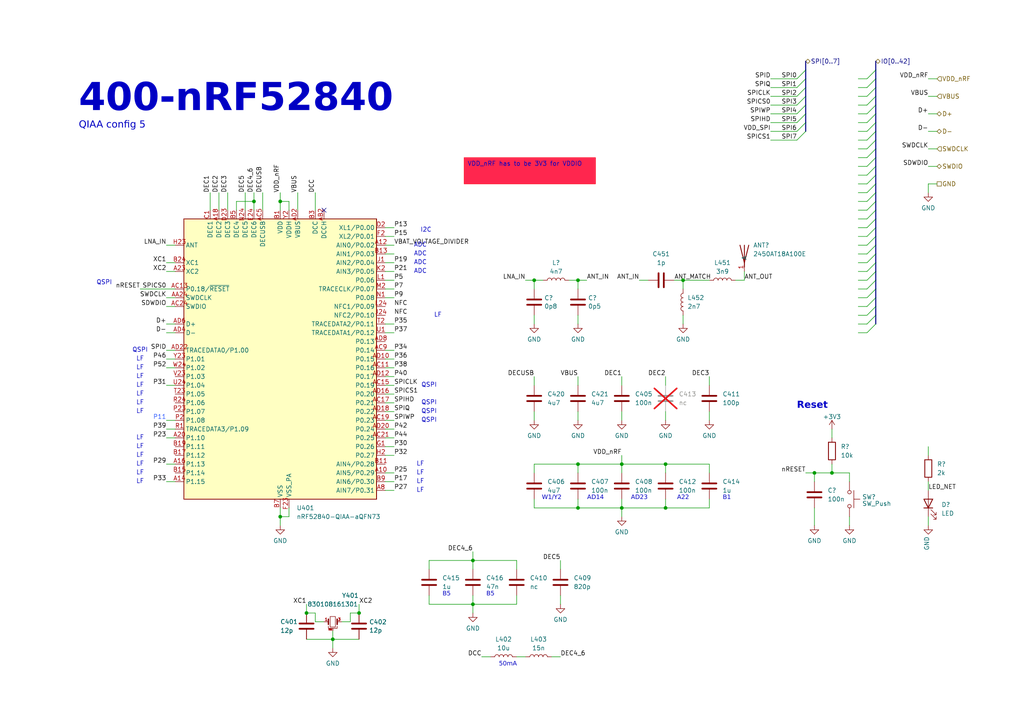
<source format=kicad_sch>
(kicad_sch (version 20231120) (generator "eeschema") (generator_version "8.0")
  (paper "A4")
  (title_block (title "PSoM - nRF52840") (date "2024-09-30") (rev "HW00") (company "PumaCorp") (comment 1 "Design by: NdG"))
  (lib_symbols
    (symbol "Component lib:2450AT18A100E" (pin_names (offset 0.762))
      (property "Reference" "ANT" (at 6.35 10.16 0))
      (property "Value" "2450AT18A100E" (at 6.35 7.62 0))
      (symbol "2450AT18A100E_0_1"
        (polyline (pts (xy 0 7.62) (xy 0 1.27)) (stroke (width 0.254)))
        (polyline (pts (xy 1.27 7.62) (xy 0 2.54) (xy -1.27 7.62)) (stroke (width 0.254)))
      )
      (symbol "2450AT18A100E_1_1"
        (pin input line (at 0 0 90) (length 2.54) (name "A") (number "1"))
      )
    )
    (symbol "Component lib:C" (pin_numbers hide) (pin_names (offset 0.254))
      (property "Reference" "C" (at 0.635 -1.27 0))
      (property "Value" "C" (at 0.635 -6.35 0))
      (symbol "C_0_1"
        (polyline (pts (xy -2.032 -4.572) (xy 2.032 -4.572)) (stroke (width 0.508)))
        (polyline (pts (xy -2.032 -3.048) (xy 2.032 -3.048)) (stroke (width 0.508)))
      )
      (symbol "C_1_1"
        (pin passive line (at 0 0 270) (length 2.794) (name "~") (number "1"))
        (pin passive line (at 0 -7.62 90) (length 2.794) (name "~") (number "2"))
      )
    )
    (symbol "Component lib:L" (pin_numbers hide) (pin_names (offset 1.016) hide)
      (property "Reference" "L" (at 3.81 -1.27 0))
      (property "Value" "L" (at 3.81 1.905 0))
      (symbol "L_0_1"
        (arc (start 2.54 0) (mid 1.905 0.6323) (end 1.27 0))
        (arc (start 3.81 0) (mid 3.175 0.6323) (end 2.54 0))
        (arc (start 5.08 0) (mid 4.445 0.6323) (end 3.81 0))
        (arc (start 6.35 0) (mid 5.715 0.6323) (end 5.08 0))
      )
      (symbol "L_1_1"
        (pin passive line (at 0 0 0) (length 1.27) (name "1") (number "1"))
        (pin passive line (at 7.62 0 180) (length 1.27) (name "2") (number "2"))
      )
    )
    (symbol "Component lib:LED" (pin_numbers hide) (pin_names (offset 1.016) hide)
      (property "Reference" "D" (at 3.81 2.54 0))
      (property "Value" "LED" (at 3.81 -2.54 0))
      (symbol "LED_0_1"
        (polyline (pts (xy 2.54 -1.27) (xy 2.54 1.27)) (stroke (width 0.254)))
        (polyline (pts (xy 2.54 0) (xy 5.08 0)))
        (polyline (pts (xy 5.08 -1.27) (xy 5.08 1.27) (xy 2.54 0) (xy 5.08 -1.27)) (stroke (width 0.254)))
        (polyline (pts (xy 0.762 -0.762) (xy -0.762 -2.286) (xy 0 -2.286) (xy -0.762 -2.286) (xy -0.762 -1.524)))
        (polyline (pts (xy 2.032 -0.762) (xy 0.508 -2.286) (xy 1.27 -2.286) (xy 0.508 -2.286) (xy 0.508 -1.524)))
      )
      (symbol "LED_1_1"
        (pin passive line (at 0 0 0) (length 2.54) (name "K") (number "1"))
        (pin passive line (at 7.62 0 180) (length 2.54) (name "A") (number "2"))
      )
    )
    (symbol "Component lib:R" (pin_numbers hide) (pin_names (offset 0))
      (property "Reference" "R" (at 2.032 -3.81 90))
      (property "Value" "R" (at 0 -3.81 90))
      (symbol "R_0_1"
        (rectangle (start -1.016 -6.35) (end 1.016 -1.27) (stroke (width 0.254)))
      )
      (symbol "R_1_1"
        (pin passive line (at 0 0 270) (length 1.27) (name "~") (number "1"))
        (pin passive line (at 0 -7.62 90) (length 1.27) (name "~") (number "2"))
      )
    )
    (symbol "Component_lib:830108161301" (pin_names (offset 1.016) hide)
      (property "Reference" "Y" (at 1.27 4.445 0))
      (property "Value" "830108161301" (at 1.27 2.54 0))
      (symbol "830108161301_0_1"
        (rectangle (start -0.762 -1.524) (end 0.762 1.524))
        (polyline (pts (xy -1.27 -0.762) (xy -1.27 0.762)) (stroke (width 0.381)))
        (polyline (pts (xy 1.27 -0.762) (xy 1.27 0.762)) (stroke (width 0.381)))
        (polyline (pts (xy -1.27 -1.27) (xy -1.27 -1.905) (xy 1.27 -1.905) (xy 1.27 -1.27)))
      )
      (symbol "830108161301_1_1"
        (pin passive line (at -2.54 0 0) (length 1.27) (name "1") (number "1"))
        (pin passive line (at 0 -2.54 90) (length 0.635) (name "2") (number "2"))
        (pin passive line (at 2.54 0 180) (length 1.27) (name "3") (number "3"))
        (pin passive line (at 0 -2.54 90) (length 0.635) (name "4") (number "4"))
      )
    )
    (symbol "Component_lib:C" (pin_numbers hide) (pin_names (offset 0.254))
      (property "Reference" "C" (at 0.635 -1.27 0))
      (property "Value" "C" (at 0.635 -6.35 0))
      (symbol "C_0_1"
        (polyline (pts (xy -2.032 -4.572) (xy 2.032 -4.572)) (stroke (width 0.508)))
        (polyline (pts (xy -2.032 -3.048) (xy 2.032 -3.048)) (stroke (width 0.508)))
      )
      (symbol "C_1_1"
        (pin passive line (at 0 0 270) (length 2.794) (name "~") (number "1"))
        (pin passive line (at 0 -7.62 90) (length 2.794) (name "~") (number "2"))
      )
    )
    (symbol "Component_lib:L" (pin_numbers hide) (pin_names (offset 1.016) hide)
      (property "Reference" "L" (at 3.81 -1.27 0))
      (property "Value" "L" (at 3.81 1.905 0))
      (symbol "L_0_1"
        (arc (start 2.54 0) (mid 1.905 0.6323) (end 1.27 0))
        (arc (start 3.81 0) (mid 3.175 0.6323) (end 2.54 0))
        (arc (start 5.08 0.0027) (mid 4.445 0.635) (end 3.81 0.0027))
        (arc (start 6.35 0.0027) (mid 5.715 0.635) (end 5.08 0.0027))
      )
      (symbol "L_1_1"
        (pin passive line (at 0 0 0) (length 1.27) (name "1") (number "1"))
        (pin passive line (at 7.62 0 180) (length 1.27) (name "2") (number "2"))
      )
    )
    (symbol "Component_lib:nRF52840-QIAA-aQFN73"
      (property "Reference" "U" (at 0 5.08 0))
      (property "Value" "nRF52840-QIAA-aQFN73" (at 0 2.54 0))
      (symbol "nRF52840-QIAA-aQFN73_0_1"
        (rectangle (start -27.94 66.04) (end 27.94 -15.24) (stroke (width 0.254)) (fill (type background)))
      )
      (symbol "nRF52840-QIAA-aQFN73_1_1"
        (pin bidirectional line (at 30.48 -7.62 180) (length 2.54) (name "AIN5/P0.29") (number "A10"))
        (pin bidirectional line (at 30.48 58.42 180) (length 2.54) (name "AIN0/P0.02") (number "A12"))
        (pin bidirectional line (at -30.48 -10.16 0) (length 2.54) (name "P1.15") (number "A14"))
        (pin bidirectional line (at -30.48 -5.08 0) (length 2.54) (name "P1.13") (number "A16"))
        (pin passive line (at -17.78 68.58 270) (length 2.54) (name "DEC2") (number "A18"))
        (pin bidirectional line (at -30.48 2.54 0) (length 2.54) (name "P1.10") (number "A20"))
        (pin passive line (at 0 68.58 270) (length 2.54) hide (name "VDD") (number "A22"))
        (pin input line (at -30.48 50.8 0) (length 2.54) (name "XC2") (number "A23"))
        (pin bidirectional line (at 30.48 -12.7 180) (length 2.54) (name "AIN7/P0.31") (number "A8"))
        (pin input line (at -30.48 43.18 0) (length 2.54) (name "SWDCLK") (number "AA24"))
        (pin power_out line (at 12.7 68.58 270) (length 2.54) (name "DCCH") (number "AB2"))
        (pin bidirectional line (at 30.48 22.86 180) (length 2.54) (name "P0.16") (number "AC11"))
        (pin bidirectional line (at -30.48 45.72 0) (length 2.54) (name "P0.18/~{RESET}") (number "AC13"))
        (pin bidirectional line (at 30.48 17.78 180) (length 2.54) (name "P0.19") (number "AC15"))
        (pin bidirectional line (at 30.48 12.7 180) (length 2.54) (name "P0.21") (number "AC17"))
        (pin bidirectional line (at 30.48 7.62 180) (length 2.54) (name "P0.23") (number "AC19"))
        (pin bidirectional line (at 30.48 2.54 180) (length 2.54) (name "P0.25") (number "AC21"))
        (pin bidirectional line (at -30.48 40.64 0) (length 2.54) (name "SWDIO") (number "AC24"))
        (pin passive line (at -5.08 68.58 270) (length 2.54) (name "DECUSB") (number "AC5"))
        (pin bidirectional line (at 30.48 27.94 180) (length 2.54) (name "P0.14") (number "AC9"))
        (pin bidirectional line (at 30.48 25.4 180) (length 2.54) (name "P0.15") (number "AD10"))
        (pin bidirectional line (at 30.48 20.32 180) (length 2.54) (name "P0.17") (number "AD12"))
        (pin passive line (at 0 68.58 270) (length 2.54) hide (name "VDD") (number "AD14"))
        (pin bidirectional line (at 30.48 15.24 180) (length 2.54) (name "P0.20") (number "AD16"))
        (pin bidirectional line (at 30.48 10.16 180) (length 2.54) (name "P0.22") (number "AD18"))
        (pin power_in line (at 5.08 68.58 270) (length 2.54) (name "VBUS") (number "AD2"))
        (pin bidirectional line (at 30.48 5.08 180) (length 2.54) (name "P0.24") (number "AD20"))
        (pin bidirectional line (at -30.48 27.94 0) (length 2.54) (name "TRACEDATA0/P1.00") (number "AD22"))
        (pin passive line (at 0 68.58 270) (length 2.54) hide (name "VDD") (number "AD23"))
        (pin bidirectional line (at -30.48 33.02 0) (length 2.54) (name "D-") (number "AD4"))
        (pin bidirectional line (at -30.48 35.56 0) (length 2.54) (name "D+") (number "AD6"))
        (pin bidirectional line (at 30.48 30.48 180) (length 2.54) (name "P0.13") (number "AD8"))
        (pin power_in line (at 0 68.58 270) (length 2.54) (name "VDD") (number "B1"))
        (pin bidirectional line (at 30.48 -5.08 180) (length 2.54) (name "AIN4/P0.28") (number "B11"))
        (pin bidirectional line (at 30.48 55.88 180) (length 2.54) (name "AIN1/P0.03") (number "B13"))
        (pin bidirectional line (at -30.48 -7.62 0) (length 2.54) (name "P1.14") (number "B15"))
        (pin bidirectional line (at -30.48 -2.54 0) (length 2.54) (name "P1.12") (number "B17"))
        (pin bidirectional line (at -30.48 0 0) (length 2.54) (name "P1.11") (number "B19"))
        (pin input line (at -30.48 53.34 0) (length 2.54) (name "XC1") (number "B24"))
        (pin power_out line (at 10.16 68.58 270) (length 2.54) (name "DCC") (number "B3"))
        (pin passive line (at -12.7 68.58 270) (length 2.54) (name "DEC4") (number "B5"))
        (pin power_in line (at 0 -17.78 90) (length 2.54) (name "VSS") (number "B7"))
        (pin bidirectional line (at 30.48 -10.16 180) (length 2.54) (name "AIN6/P0.30") (number "B9"))
        (pin passive line (at -20.32 68.58 270) (length 2.54) (name "DEC1") (number "C1"))
        (pin bidirectional line (at 30.48 63.5 180) (length 2.54) (name "XL1/P0.00") (number "D2"))
        (pin passive line (at -15.24 68.58 270) (length 2.54) (name "DEC3") (number "D23"))
        (pin passive line (at -7.62 68.58 270) (length 2.54) (name "DEC6") (number "E24"))
        (pin passive line (at 0 -17.78 90) (length 2.54) hide (name "VSS") (number "EP"))
        (pin bidirectional line (at 30.48 60.96 180) (length 2.54) (name "XL2/P0.01") (number "F2"))
        (pin power_in line (at 2.54 -17.78 90) (length 2.54) (name "VSS_PA") (number "F23"))
        (pin bidirectional line (at 30.48 0 180) (length 2.54) (name "P0.26") (number "G1"))
        (pin bidirectional line (at 30.48 -2.54 180) (length 2.54) (name "P0.27") (number "H2"))
        (pin passive line (at -30.48 58.42 0) (length 2.54) (name "ANT") (number "H23"))
        (pin bidirectional line (at 30.48 53.34 180) (length 2.54) (name "AIN2/P0.04") (number "J1"))
        (pin bidirectional line (at 30.48 38.1 180) (length 2.54) (name "NFC2/P0.10") (number "J24"))
        (pin bidirectional line (at 30.48 50.8 180) (length 2.54) (name "AIN3/P0.05") (number "K2"))
        (pin bidirectional line (at 30.48 48.26 180) (length 2.54) (name "P0.06") (number "L1"))
        (pin bidirectional line (at 30.48 40.64 180) (length 2.54) (name "NFC1/P0.09") (number "L24"))
        (pin bidirectional line (at 30.48 45.72 180) (length 2.54) (name "TRACECLK/P0.07") (number "M2"))
        (pin bidirectional line (at 30.48 43.18 180) (length 2.54) (name "P0.08") (number "N1"))
        (pin passive line (at -10.16 68.58 270) (length 2.54) (name "DEC5") (number "N24"))
        (pin bidirectional line (at -30.48 7.62 0) (length 2.54) (name "P1.08") (number "P2"))
        (pin bidirectional line (at -30.48 10.16 0) (length 2.54) (name "P1.07") (number "P23"))
        (pin bidirectional line (at -30.48 5.08 0) (length 2.54) (name "TRACEDATA3/P1.09") (number "R1"))
        (pin bidirectional line (at -30.48 12.7 0) (length 2.54) (name "P1.06") (number "R24"))
        (pin bidirectional line (at 30.48 35.56 180) (length 2.54) (name "TRACEDATA2/P0.11") (number "T2"))
        (pin bidirectional line (at -30.48 15.24 0) (length 2.54) (name "P1.05") (number "T23"))
        (pin bidirectional line (at 30.48 33.02 180) (length 2.54) (name "TRACEDATA1/P0.12") (number "U1"))
        (pin bidirectional line (at -30.48 17.78 0) (length 2.54) (name "P1.04") (number "U24"))
        (pin bidirectional line (at -30.48 20.32 0) (length 2.54) (name "P1.03") (number "V23"))
        (pin passive line (at 0 68.58 270) (length 2.54) hide (name "VDD") (number "W1"))
        (pin bidirectional line (at -30.48 22.86 0) (length 2.54) (name "P1.02") (number "W24"))
        (pin power_in line (at 2.54 68.58 270) (length 2.54) (name "VDDH") (number "Y2"))
        (pin bidirectional line (at -30.48 25.4 0) (length 2.54) (name "P1.01") (number "Y23"))
      )
    )
    (symbol "Switch:SW_Push" (pin_numbers hide) (pin_names (offset 1.016) hide)
      (property "Reference" "SW" (at 1.27 2.54 0))
      (property "Value" "SW_Push" (at 0 -1.524 0))
      (symbol "SW_Push_0_1"
        (circle (center -2.032 0) (radius 0.508))
        (polyline (pts (xy 0 1.27) (xy 0 3.048)))
        (polyline (pts (xy 2.54 1.27) (xy -2.54 1.27)))
        (circle (center 2.032 0) (radius 0.508))
        (pin passive line (at -5.08 0 0) (length 2.54) (name "1") (number "1"))
        (pin passive line (at 5.08 0 180) (length 2.54) (name "2") (number "2"))
      )
    )
    (symbol "power:+3V3" (power) (pin_names (offset 0))
      (property "Value" "+3V3" (at 0 3.556 0))
      (symbol "+3V3_0_1"
        (polyline (pts (xy -0.762 1.27) (xy 0 2.54)))
        (polyline (pts (xy 0 0) (xy 0 2.54)))
        (polyline (pts (xy 0 2.54) (xy 0.762 1.27)))
      )
      (symbol "+3V3_1_1"
        (pin power_in line (at 0 0 90) (length 0) hide (name "+3V3") (number "1"))
      )
    )
    (symbol "power:GND" (power) (pin_names (offset 0))
      (property "Value" "GND" (at 0 -3.81 0))
      (symbol "GND_0_1"
        (polyline (pts (xy 0 0) (xy 0 -1.27) (xy 1.27 -1.27) (xy 0 -2.54) (xy -1.27 -1.27) (xy 0 -1.27)))
      )
      (symbol "GND_1_1"
        (pin power_in line (at 0 0 270) (length 0) hide (name "GND") (number "1"))
      )
    )
  )
  (junction (at 236.22 137.16))
  (junction (at 180.34 134.62))
  (junction (at 193.04 147.32))
  (junction (at 241.3 137.16))
  (junction (at 73.66 58.42))
  (junction (at 154.94 81.28))
  (junction (at 167.64 81.28))
  (junction (at 137.16 175.26))
  (junction (at 104.14 177.8))
  (junction (at 167.64 147.32))
  (junction (at 193.04 134.62))
  (junction (at 88.9 177.8))
  (junction (at 198.12 81.28))
  (junction (at 81.28 149.86))
  (junction (at 137.16 162.56))
  (junction (at 180.34 147.32))
  (junction (at 81.28 58.42))
  (junction (at 96.52 185.42))
  (junction (at 167.64 134.62))
  (no_connect (at 93.98 60.96))
  (bus_entry (at 251.46 86.36) (size 2.54 -2.54))
  (bus_entry (at 251.46 40.64) (size 2.54 -2.54))
  (bus_entry (at 251.46 55.88) (size 2.54 -2.54))
  (bus_entry (at 251.46 68.58) (size 2.54 -2.54))
  (bus_entry (at 231.14 35.56) (size 2.54 -2.54))
  (bus_entry (at 251.46 71.12) (size 2.54 -2.54))
  (bus_entry (at 231.14 40.64) (size 2.54 -2.54))
  (bus_entry (at 251.46 27.94) (size 2.54 -2.54))
  (bus_entry (at 251.46 88.9) (size 2.54 -2.54))
  (bus_entry (at 251.46 53.34) (size 2.54 -2.54))
  (bus_entry (at 251.46 93.98) (size 2.54 -2.54))
  (bus_entry (at 251.46 30.48) (size 2.54 -2.54))
  (bus_entry (at 251.46 33.02) (size 2.54 -2.54))
  (bus_entry (at 251.46 50.8) (size 2.54 -2.54))
  (bus_entry (at 251.46 38.1) (size 2.54 -2.54))
  (bus_entry (at 231.14 38.1) (size 2.54 -2.54))
  (bus_entry (at 251.46 78.74) (size 2.54 -2.54))
  (bus_entry (at 251.46 91.44) (size 2.54 -2.54))
  (bus_entry (at 251.46 35.56) (size 2.54 -2.54))
  (bus_entry (at 231.14 27.94) (size 2.54 -2.54))
  (bus_entry (at 251.46 60.96) (size 2.54 -2.54))
  (bus_entry (at 231.14 30.48) (size 2.54 -2.54))
  (bus_entry (at 251.46 45.72) (size 2.54 -2.54))
  (bus_entry (at 251.46 66.04) (size 2.54 -2.54))
  (bus_entry (at 231.14 33.02) (size 2.54 -2.54))
  (bus_entry (at 251.46 48.26) (size 2.54 -2.54))
  (bus_entry (at 251.46 43.18) (size 2.54 -2.54))
  (bus_entry (at 251.46 25.4) (size 2.54 -2.54))
  (bus_entry (at 251.46 96.52) (size 2.54 -2.54))
  (bus_entry (at 251.46 63.5) (size 2.54 -2.54))
  (bus_entry (at 251.46 83.82) (size 2.54 -2.54))
  (bus_entry (at 251.46 22.86) (size 2.54 -2.54))
  (bus_entry (at 231.14 22.86) (size 2.54 -2.54))
  (bus_entry (at 251.46 76.2) (size 2.54 -2.54))
  (bus_entry (at 251.46 81.28) (size 2.54 -2.54))
  (bus_entry (at 251.46 58.42) (size 2.54 -2.54))
  (bus_entry (at 251.46 73.66) (size 2.54 -2.54))
  (bus_entry (at 231.14 25.4) (size 2.54 -2.54))
  (wire (pts (xy 40.64 83.82) (xy 50.8 83.82)))
  (wire (pts (xy 86.36 55.88) (xy 86.36 60.96)))
  (bus (pts (xy 254 50.8) (xy 254 53.34)))
  (bus (pts (xy 254 27.94) (xy 254 30.48)))
  (bus (pts (xy 254 63.5) (xy 254 66.04)))
  (wire (pts (xy 111.76 132.08) (xy 114.3 132.08)))
  (wire (pts (xy 60.96 55.88) (xy 60.96 60.96)))
  (wire (pts (xy 236.22 147.32) (xy 236.22 152.4)))
  (wire (pts (xy 269.24 22.86) (xy 271.78 22.86)))
  (wire (pts (xy 248.92 27.94) (xy 251.46 27.94)))
  (bus (pts (xy 254 43.18) (xy 254 45.72)))
  (wire (pts (xy 111.76 129.54) (xy 114.3 129.54)))
  (wire (pts (xy 205.74 134.62) (xy 205.74 137.16)))
  (wire (pts (xy 180.34 147.32) (xy 180.34 149.86)))
  (wire (pts (xy 248.92 96.52) (xy 251.46 96.52)))
  (wire (pts (xy 111.76 127) (xy 114.3 127)))
  (wire (pts (xy 76.2 55.88) (xy 76.2 60.96)))
  (wire (pts (xy 48.26 101.6) (xy 50.8 101.6)))
  (wire (pts (xy 101.6 180.34) (xy 101.6 177.8)))
  (bus (pts (xy 254 40.64) (xy 254 43.18)))
  (wire (pts (xy 154.94 147.32) (xy 167.64 147.32)))
  (wire (pts (xy 154.94 134.62) (xy 167.64 134.62)))
  (wire (pts (xy 99.06 180.34) (xy 101.6 180.34)))
  (wire (pts (xy 104.14 175.26) (xy 104.14 177.8)))
  (wire (pts (xy 248.92 30.48) (xy 251.46 30.48)))
  (wire (pts (xy 91.44 177.8) (xy 91.44 180.34)))
  (bus (pts (xy 254 88.9) (xy 254 91.44)))
  (wire (pts (xy 154.94 91.44) (xy 154.94 93.98)))
  (wire (pts (xy 48.26 121.92) (xy 50.8 121.92)))
  (wire (pts (xy 223.52 38.1) (xy 231.14 38.1)))
  (wire (pts (xy 248.92 48.26) (xy 251.46 48.26)))
  (wire (pts (xy 81.28 55.88) (xy 81.28 58.42)))
  (wire (pts (xy 81.28 58.42) (xy 81.28 60.96)))
  (bus (pts (xy 254 78.74) (xy 254 81.28)))
  (wire (pts (xy 48.26 86.36) (xy 50.8 86.36)))
  (wire (pts (xy 111.76 81.28) (xy 114.3 81.28)))
  (wire (pts (xy 180.34 144.78) (xy 180.34 147.32)))
  (wire (pts (xy 111.76 139.7) (xy 114.3 139.7)))
  (wire (pts (xy 205.74 119.38) (xy 205.74 121.92)))
  (wire (pts (xy 73.66 55.88) (xy 73.66 58.42)))
  (wire (pts (xy 193.04 134.62) (xy 193.04 137.16)))
  (wire (pts (xy 111.76 119.38) (xy 114.3 119.38)))
  (wire (pts (xy 111.76 124.46) (xy 114.3 124.46)))
  (wire (pts (xy 96.52 185.42) (xy 96.52 187.96)))
  (wire (pts (xy 137.16 172.72) (xy 137.16 175.26)))
  (wire (pts (xy 81.28 147.32) (xy 81.28 149.86)))
  (wire (pts (xy 154.94 137.16) (xy 154.94 134.62)))
  (wire (pts (xy 248.92 40.64) (xy 251.46 40.64)))
  (wire (pts (xy 48.26 139.7) (xy 50.8 139.7)))
  (wire (pts (xy 111.76 66.04) (xy 114.3 66.04)))
  (wire (pts (xy 149.86 175.26) (xy 149.86 172.72)))
  (wire (pts (xy 248.92 58.42) (xy 251.46 58.42)))
  (wire (pts (xy 269.24 27.94) (xy 271.78 27.94)))
  (wire (pts (xy 73.66 58.42) (xy 68.58 58.42)))
  (wire (pts (xy 248.92 93.98) (xy 251.46 93.98)))
  (wire (pts (xy 162.56 172.72) (xy 162.56 175.26)))
  (bus (pts (xy 254 86.36) (xy 254 88.9)))
  (wire (pts (xy 269.24 33.02) (xy 271.78 33.02)))
  (wire (pts (xy 198.12 91.44) (xy 198.12 93.98)))
  (wire (pts (xy 193.04 147.32) (xy 205.74 147.32)))
  (wire (pts (xy 248.92 43.18) (xy 251.46 43.18)))
  (wire (pts (xy 88.9 175.26) (xy 88.9 177.8)))
  (wire (pts (xy 111.76 109.22) (xy 114.3 109.22)))
  (bus (pts (xy 254 20.32) (xy 254 22.86)))
  (wire (pts (xy 167.64 147.32) (xy 180.34 147.32)))
  (wire (pts (xy 246.38 149.86) (xy 246.38 152.4)))
  (wire (pts (xy 160.02 190.5) (xy 162.56 190.5)))
  (wire (pts (xy 111.76 96.52) (xy 114.3 96.52)))
  (wire (pts (xy 170.18 81.28) (xy 167.64 81.28)))
  (bus (pts (xy 254 66.04) (xy 254 68.58)))
  (wire (pts (xy 223.52 30.48) (xy 231.14 30.48)))
  (wire (pts (xy 111.76 104.14) (xy 114.3 104.14)))
  (wire (pts (xy 269.24 129.54) (xy 269.24 132.08)))
  (bus (pts (xy 254 68.58) (xy 254 71.12)))
  (wire (pts (xy 248.92 35.56) (xy 251.46 35.56)))
  (wire (pts (xy 167.64 91.44) (xy 167.64 93.98)))
  (wire (pts (xy 154.94 81.28) (xy 154.94 83.82)))
  (wire (pts (xy 139.7 190.5) (xy 142.24 190.5)))
  (bus (pts (xy 233.68 27.94) (xy 233.68 30.48)))
  (wire (pts (xy 48.26 76.2) (xy 50.8 76.2)))
  (wire (pts (xy 154.94 109.22) (xy 154.94 111.76)))
  (bus (pts (xy 233.68 17.78) (xy 233.68 20.32)))
  (wire (pts (xy 111.76 83.82) (xy 114.3 83.82)))
  (bus (pts (xy 254 38.1) (xy 254 40.64)))
  (wire (pts (xy 81.28 149.86) (xy 81.28 152.4)))
  (wire (pts (xy 111.76 137.16) (xy 114.3 137.16)))
  (wire (pts (xy 111.76 114.3) (xy 114.3 114.3)))
  (wire (pts (xy 111.76 106.68) (xy 114.3 106.68)))
  (wire (pts (xy 154.94 81.28) (xy 152.4 81.28)))
  (bus (pts (xy 254 35.56) (xy 254 38.1)))
  (bus (pts (xy 233.68 35.56) (xy 233.68 38.1)))
  (wire (pts (xy 71.12 55.88) (xy 71.12 60.96)))
  (wire (pts (xy 48.26 96.52) (xy 50.8 96.52)))
  (bus (pts (xy 254 45.72) (xy 254 48.26)))
  (wire (pts (xy 111.76 121.92) (xy 114.3 121.92)))
  (wire (pts (xy 83.82 147.32) (xy 83.82 149.86)))
  (wire (pts (xy 248.92 45.72) (xy 251.46 45.72)))
  (wire (pts (xy 248.92 91.44) (xy 251.46 91.44)))
  (wire (pts (xy 248.92 68.58) (xy 251.46 68.58)))
  (bus (pts (xy 254 17.78) (xy 254 20.32)))
  (wire (pts (xy 149.86 162.56) (xy 149.86 165.1)))
  (wire (pts (xy 68.58 58.42) (xy 68.58 60.96)))
  (wire (pts (xy 251.46 76.2) (xy 248.92 76.2)))
  (bus (pts (xy 254 25.4) (xy 254 27.94)))
  (wire (pts (xy 193.04 109.22) (xy 193.04 111.76)))
  (wire (pts (xy 248.92 38.1) (xy 251.46 38.1)))
  (bus (pts (xy 254 53.34) (xy 254 55.88)))
  (wire (pts (xy 111.76 71.12) (xy 114.3 71.12)))
  (wire (pts (xy 137.16 160.02) (xy 137.16 162.56)))
  (wire (pts (xy 241.3 124.46) (xy 241.3 127)))
  (bus (pts (xy 233.68 33.02) (xy 233.68 35.56)))
  (wire (pts (xy 48.26 134.62) (xy 50.8 134.62)))
  (wire (pts (xy 223.52 22.86) (xy 231.14 22.86)))
  (wire (pts (xy 215.9 81.28) (xy 215.9 78.74)))
  (wire (pts (xy 167.64 81.28) (xy 165.1 81.28)))
  (wire (pts (xy 154.94 144.78) (xy 154.94 147.32)))
  (wire (pts (xy 248.92 66.04) (xy 251.46 66.04)))
  (wire (pts (xy 73.66 60.96) (xy 73.66 58.42)))
  (wire (pts (xy 248.92 25.4) (xy 251.46 25.4)))
  (wire (pts (xy 83.82 149.86) (xy 81.28 149.86)))
  (wire (pts (xy 111.76 73.66) (xy 114.3 73.66)))
  (wire (pts (xy 269.24 53.34) (xy 271.78 53.34)))
  (wire (pts (xy 83.82 58.42) (xy 81.28 58.42)))
  (wire (pts (xy 88.9 185.42) (xy 96.52 185.42)))
  (wire (pts (xy 251.46 81.28) (xy 248.92 81.28)))
  (wire (pts (xy 180.34 134.62) (xy 193.04 134.62)))
  (wire (pts (xy 223.52 35.56) (xy 231.14 35.56)))
  (wire (pts (xy 111.76 76.2) (xy 114.3 76.2)))
  (wire (pts (xy 111.76 78.74) (xy 114.3 78.74)))
  (wire (pts (xy 223.52 27.94) (xy 231.14 27.94)))
  (bus (pts (xy 254 83.82) (xy 254 86.36)))
  (wire (pts (xy 251.46 78.74) (xy 248.92 78.74)))
  (bus (pts (xy 254 91.44) (xy 254 93.98)))
  (wire (pts (xy 154.94 119.38) (xy 154.94 121.92)))
  (bus (pts (xy 254 33.02) (xy 254 35.56)))
  (wire (pts (xy 124.46 165.1) (xy 124.46 162.56)))
  (wire (pts (xy 48.26 111.76) (xy 50.8 111.76)))
  (wire (pts (xy 48.26 88.9) (xy 50.8 88.9)))
  (wire (pts (xy 111.76 68.58) (xy 114.3 68.58)))
  (wire (pts (xy 223.52 33.02) (xy 231.14 33.02)))
  (wire (pts (xy 137.16 175.26) (xy 149.86 175.26)))
  (wire (pts (xy 248.92 50.8) (xy 251.46 50.8)))
  (wire (pts (xy 167.64 83.82) (xy 167.64 81.28)))
  (wire (pts (xy 111.76 116.84) (xy 114.3 116.84)))
  (wire (pts (xy 111.76 142.24) (xy 114.3 142.24)))
  (wire (pts (xy 236.22 137.16) (xy 241.3 137.16)))
  (wire (pts (xy 167.64 144.78) (xy 167.64 147.32)))
  (wire (pts (xy 185.42 81.28) (xy 187.96 81.28)))
  (wire (pts (xy 111.76 101.6) (xy 114.3 101.6)))
  (wire (pts (xy 269.24 38.1) (xy 271.78 38.1)))
  (wire (pts (xy 248.92 73.66) (xy 251.46 73.66)))
  (wire (pts (xy 124.46 175.26) (xy 137.16 175.26)))
  (wire (pts (xy 248.92 22.86) (xy 251.46 22.86)))
  (wire (pts (xy 157.48 81.28) (xy 154.94 81.28)))
  (wire (pts (xy 269.24 55.88) (xy 269.24 53.34)))
  (wire (pts (xy 101.6 177.8) (xy 104.14 177.8)))
  (wire (pts (xy 248.92 55.88) (xy 251.46 55.88)))
  (wire (pts (xy 111.76 86.36) (xy 114.3 86.36)))
  (bus (pts (xy 254 60.96) (xy 254 63.5)))
  (bus (pts (xy 233.68 25.4) (xy 233.68 27.94)))
  (wire (pts (xy 241.3 137.16) (xy 246.38 137.16)))
  (wire (pts (xy 223.52 40.64) (xy 231.14 40.64)))
  (wire (pts (xy 223.52 25.4) (xy 231.14 25.4)))
  (wire (pts (xy 269.24 48.26) (xy 271.78 48.26)))
  (wire (pts (xy 167.64 134.62) (xy 180.34 134.62)))
  (bus (pts (xy 233.68 20.32) (xy 233.68 22.86)))
  (wire (pts (xy 149.86 190.5) (xy 152.4 190.5)))
  (wire (pts (xy 251.46 86.36) (xy 248.92 86.36)))
  (wire (pts (xy 248.92 60.96) (xy 251.46 60.96)))
  (wire (pts (xy 48.26 71.12) (xy 50.8 71.12)))
  (wire (pts (xy 124.46 162.56) (xy 137.16 162.56)))
  (wire (pts (xy 137.16 162.56) (xy 149.86 162.56)))
  (wire (pts (xy 248.92 53.34) (xy 251.46 53.34)))
  (wire (pts (xy 83.82 60.96) (xy 83.82 58.42)))
  (wire (pts (xy 180.34 134.62) (xy 180.34 137.16)))
  (bus (pts (xy 233.68 30.48) (xy 233.68 33.02)))
  (wire (pts (xy 88.9 177.8) (xy 91.44 177.8)))
  (bus (pts (xy 233.68 22.86) (xy 233.68 25.4)))
  (wire (pts (xy 180.34 132.08) (xy 180.34 134.62)))
  (wire (pts (xy 48.26 127) (xy 50.8 127)))
  (wire (pts (xy 251.46 83.82) (xy 248.92 83.82)))
  (wire (pts (xy 205.74 109.22) (xy 205.74 111.76)))
  (wire (pts (xy 91.44 180.34) (xy 93.98 180.34)))
  (wire (pts (xy 248.92 71.12) (xy 251.46 71.12)))
  (bus (pts (xy 254 48.26) (xy 254 50.8)))
  (wire (pts (xy 96.52 185.42) (xy 104.14 185.42)))
  (wire (pts (xy 137.16 175.26) (xy 137.16 177.8)))
  (wire (pts (xy 198.12 81.28) (xy 205.74 81.28)))
  (wire (pts (xy 48.26 124.46) (xy 50.8 124.46)))
  (wire (pts (xy 193.04 134.62) (xy 205.74 134.62)))
  (wire (pts (xy 241.3 134.62) (xy 241.3 137.16)))
  (wire (pts (xy 63.5 55.88) (xy 63.5 60.96)))
  (wire (pts (xy 48.26 104.14) (xy 50.8 104.14)))
  (bus (pts (xy 254 76.2) (xy 254 78.74)))
  (wire (pts (xy 48.26 106.68) (xy 50.8 106.68)))
  (wire (pts (xy 248.92 63.5) (xy 251.46 63.5)))
  (wire (pts (xy 124.46 172.72) (xy 124.46 175.26)))
  (wire (pts (xy 269.24 43.18) (xy 271.78 43.18)))
  (wire (pts (xy 269.24 139.7) (xy 269.24 142.24)))
  (wire (pts (xy 180.34 119.38) (xy 180.34 121.92)))
  (wire (pts (xy 162.56 162.56) (xy 162.56 165.1)))
  (bus (pts (xy 254 81.28) (xy 254 83.82)))
  (wire (pts (xy 91.44 55.88) (xy 91.44 60.96)))
  (wire (pts (xy 236.22 137.16) (xy 236.22 139.7)))
  (wire (pts (xy 195.58 81.28) (xy 198.12 81.28)))
  (wire (pts (xy 48.26 93.98) (xy 50.8 93.98)))
  (bus (pts (xy 254 30.48) (xy 254 33.02)))
  (wire (pts (xy 233.68 137.16) (xy 236.22 137.16)))
  (wire (pts (xy 137.16 162.56) (xy 137.16 165.1)))
  (wire (pts (xy 180.34 147.32) (xy 193.04 147.32)))
  (wire (pts (xy 193.04 147.32) (xy 193.04 144.78)))
  (wire (pts (xy 167.64 119.38) (xy 167.64 121.92)))
  (wire (pts (xy 205.74 144.78) (xy 205.74 147.32)))
  (wire (pts (xy 193.04 119.38) (xy 193.04 121.92)))
  (wire (pts (xy 66.04 55.88) (xy 66.04 60.96)))
  (wire (pts (xy 213.36 81.28) (xy 215.9 81.28)))
  (wire (pts (xy 269.24 149.86) (xy 269.24 152.4)))
  (bus (pts (xy 254 22.86) (xy 254 25.4)))
  (wire (pts (xy 198.12 81.28) (xy 198.12 83.82)))
  (bus (pts (xy 254 71.12) (xy 254 73.66)))
  (wire (pts (xy 248.92 88.9) (xy 251.46 88.9)))
  (wire (pts (xy 167.64 109.22) (xy 167.64 111.76)))
  (wire (pts (xy 167.64 134.62) (xy 167.64 137.16)))
  (bus (pts (xy 254 58.42) (xy 254 60.96)))
  (bus (pts (xy 254 55.88) (xy 254 58.42)))
  (wire (pts (xy 246.38 137.16) (xy 246.38 139.7)))
  (wire (pts (xy 248.92 33.02) (xy 251.46 33.02)))
  (wire (pts (xy 111.76 111.76) (xy 114.3 111.76)))
  (bus (pts (xy 254 73.66) (xy 254 76.2)))
  (wire (pts (xy 180.34 109.22) (xy 180.34 111.76)))
  (wire (pts (xy 96.52 182.88) (xy 96.52 185.42)))
  (wire (pts (xy 48.26 78.74) (xy 50.8 78.74)))
  (wire (pts (xy 111.76 93.98) (xy 114.3 93.98)))
  (text_box "VDD_nRF has to be 3V3 for VDDIO" (at 134.62 45.72 0) (size 38.1 7.62) (stroke (width 0) (color 255 5 29 1)) (fill (type color) (color 255 38 78 1)) (effects (font (size 1.27 1.27)) (justify left top)))
  (text "I2C" (at 121.92 66.04 0) (effects (font (size 1.27 1.27)) (justify left top)))
  (text "ADC\n" (at 121.92 78.74 0) (effects (font (size 1.27 1.27))))
  (text "B5\n" (at 129.54 172.72 0) (effects (font (size 1.27 1.27))))
  (text "LF" (at 40.64 132.08 0) (effects (font (size 1.27 1.27))))
  (text "ADC\n" (at 121.92 73.66 0) (effects (font (size 1.27 1.27))))
  (text "LF" (at 40.64 137.16 0) (effects (font (size 1.27 1.27))))
  (text "LF" (at 40.64 116.84 0) (effects (font (size 1.27 1.27))))
  (text "LF" (at 40.64 106.68 0) (effects (font (size 1.27 1.27))))
  (text "AD23\n" (at 185.42 144.78 0) (effects (font (size 1.27 1.27))))
  (text "QSPI" (at 124.46 119.38 0) (effects (font (size 1.27 1.27))))
  (text "LF" (at 121.92 142.24 0) (effects (font (size 1.27 1.27))))
  (text "QSPI" (at 40.64 101.6 0) (effects (font (size 1.27 1.27))))
  (text "Reset\n" (at 231.14 119.38 0) (effects (font (size 2 2) (thickness 0.4) (bold yes)) (justify left bottom)))
  (text "B5\n" (at 142.24 172.72 0) (effects (font (size 1.27 1.27))))
  (text "LF" (at 40.64 127 0) (effects (font (size 1.27 1.27))))
  (text "QSPI" (at 27.94 81.28 0) (effects (font (size 1.27 1.27)) (justify left top)))
  (text "LF" (at 40.64 111.76 0) (effects (font (size 1.27 1.27))))
  (text "LF" (at 121.92 137.16 0) (effects (font (size 1.27 1.27))))
  (text "QSPI" (at 124.46 111.76 0) (effects (font (size 1.27 1.27))))
  (text "LF" (at 40.64 129.54 0) (effects (font (size 1.27 1.27))))
  (text "A22" (at 198.12 144.78 0) (effects (font (size 1.27 1.27))))
  (text "ADC\n" (at 121.92 71.12 0) (effects (font (size 1.27 1.27))))
  (text "LF" (at 40.64 134.62 0) (effects (font (size 1.27 1.27))))
  (text "B1" (at 210.82 144.78 0) (effects (font (size 1.27 1.27))))
  (text "LF" (at 121.92 139.7 0) (effects (font (size 1.27 1.27))))
  (text "LF" (at 40.64 114.3 0) (effects (font (size 1.27 1.27))))
  (text "LF" (at 40.64 139.7 0) (effects (font (size 1.27 1.27))))
  (text "LF" (at 40.64 104.14 0) (effects (font (size 1.27 1.27))))
  (text "ADC\n" (at 121.92 76.2 0) (effects (font (size 1.27 1.27))))
  (text "LF" (at 127 91.44 0) (effects (font (size 1.27 1.27))))
  (text "400-nRF52840" (at 22.86 35.56 0) (effects (font (size 8 8) (thickness 3) (bold yes)) (justify left bottom)))
  (text "LF" (at 40.64 119.38 0) (effects (font (size 1.27 1.27))))
  (text "LF" (at 40.64 109.22 0) (effects (font (size 1.27 1.27))))
  (text "QSPI" (at 124.46 116.84 0) (effects (font (size 1.27 1.27))))
  (text "50mA" (at 147.32 193.04 0) (effects (font (size 1.27 1.27))))
  (text "W1/Y2" (at 160.02 144.78 0) (effects (font (size 1.27 1.27))))
  (text "QSPI" (at 124.46 121.92 0) (effects (font (size 1.27 1.27))))
  (text "LF" (at 121.92 134.62 0) (effects (font (size 1.27 1.27))))
  (text "AD14" (at 172.72 144.78 0) (effects (font (size 1.27 1.27))))
  (text "QIAA config 5" (at 22.86 38.1 0) (effects (font (size 2.032 2.032) (thickness 0.254)) (justify left bottom)))
  (label "P27" (at 114.3 142.24 0))
  (label "P40" (at 114.3 109.22 0))
  (label "P15" (at 114.3 68.58 0))
  (label "P33" (at 48.26 139.7 180))
  (label "DEC1" (at 180.34 109.22 180))
  (label "P13" (at 114.3 66.04 0))
  (label "SPIQ" (at 114.3 119.38 0))
  (label "VBUS" (at 167.64 109.22 180))
  (label "P38" (at 114.3 106.68 0))
  (label "DECUSB" (at 76.2 55.88 90))
  (label "NFC" (at 114.3 91.44 0))
  (label "SPI0" (at 231.14 22.86 180))
  (label "VDD_nRF" (at 81.28 55.88 90))
  (label "P29" (at 48.26 134.62 180))
  (label "ANT_MATCH" (at 195.58 81.28 0))
  (label "DEC2" (at 193.04 109.22 180))
  (label "P9" (at 114.3 86.36 0))
  (label "P36" (at 114.3 104.14 0))
  (label "P52" (at 48.26 106.68 180))
  (label "SPICLK" (at 223.52 27.94 180))
  (label "SPI1" (at 231.14 25.4 180))
  (label "P23" (at 48.26 127 180))
  (label "VDD_nRF" (at 180.34 132.08 180))
  (label "P21" (at 114.3 78.74 0))
  (label "SDWDIO" (at 48.26 88.9 180))
  (label "SDWDIO" (at 269.24 48.26 180))
  (label "nRESET" (at 233.68 137.16 180))
  (label "P44" (at 114.3 127 0))
  (label "NFC" (at 114.3 88.9 0))
  (label "SPI5" (at 231.14 35.56 180))
  (label "DEC5" (at 162.56 162.56 180))
  (label "SPIHD" (at 223.52 35.56 180))
  (label "P5" (at 114.3 81.28 0))
  (label "DEC4_6" (at 162.56 190.5 0))
  (label "VBUS" (at 86.36 55.88 90))
  (label "SPICS1" (at 114.3 114.3 0))
  (label "DEC4_6" (at 73.66 55.88 90))
  (label "SPICS1" (at 223.52 40.64 180))
  (label "DEC3" (at 66.04 55.88 90))
  (label "P46" (at 48.26 104.14 180))
  (label "SPIQ" (at 223.52 25.4 180))
  (label "VDD_nRF" (at 269.24 22.86 180))
  (label "DEC3" (at 205.74 109.22 180))
  (label "SPID" (at 48.26 101.6 180))
  (label "XC1" (at 48.26 76.2 180))
  (label "SWDCLK" (at 48.26 86.36 180))
  (label "LNA_IN" (at 152.4 81.28 180))
  (label "DEC5" (at 71.12 55.88 90))
  (label "VBUS" (at 269.24 27.94 180))
  (label "XC2" (at 48.26 78.74 180))
  (label "DECUSB" (at 154.94 109.22 180))
  (label "P17" (at 114.3 139.7 0))
  (label "DEC1" (at 60.96 55.88 90))
  (label "SPI4" (at 231.14 33.02 180))
  (label "DCC" (at 139.7 190.5 180))
  (label "SPICS0" (at 223.52 30.48 180))
  (label "ANT_IN" (at 185.42 81.28 180))
  (label "P11" (at 48.26 121.92 180))
  (label "P30" (at 114.3 129.54 0))
  (label "P34" (at 114.3 101.6 0))
  (label "XC1" (at 88.9 175.26 180))
  (label "P7" (at 114.3 83.82 0))
  (label "SPI3" (at 231.14 30.48 180))
  (label "P31" (at 48.26 111.76 180))
  (label "ANT_OUT" (at 215.9 81.28 0))
  (label "nRESET" (at 40.64 83.82 180))
  (label "SPIHD" (at 114.3 116.84 0))
  (label "SPI2" (at 231.14 27.94 180))
  (label "SPICLK" (at 114.3 111.76 0))
  (label "P32" (at 114.3 132.08 0))
  (label "P42" (at 114.3 124.46 0))
  (label "SPI7" (at 231.14 40.64 180))
  (label "XC2" (at 104.14 175.26 0))
  (label "VBAT_VOLTAGE_DIVIDER" (at 114.3 71.12 0))
  (label "SPICS0" (at 48.26 83.82 180))
  (label "DCC" (at 91.44 55.88 90))
  (label "DEC4_6" (at 137.16 160.02 180))
  (label "LED_NET" (at 269.24 142.24 0))
  (label "SPIWP" (at 223.52 33.02 180))
  (label "P25" (at 114.3 137.16 0))
  (label "P39" (at 48.26 124.46 180))
  (label "VDD_SPI" (at 223.52 38.1 180))
  (label "SPI6" (at 231.14 38.1 180))
  (label "P19" (at 114.3 76.2 0))
  (label "SPID" (at 223.52 22.86 180))
  (label "SPIWP" (at 114.3 121.92 0))
  (label "P37" (at 114.3 96.52 0))
  (label "D+" (at 48.26 93.98 180))
  (label "DEC2" (at 63.5 55.88 90))
  (label "P35" (at 114.3 93.98 0))
  (label "SWDCLK" (at 269.24 43.18 180))
  (label "ANT_IN" (at 170.18 81.28 0))
  (label "D-" (at 269.24 38.1 180))
  (label "LNA_IN" (at 48.26 71.12 180))
  (label "D+" (at 269.24 33.02 180))
  (label "D-" (at 48.26 96.52 180))
  (hierarchical_label "VDD_nRF" (shape input) (at 271.78 22.86 0))
  (hierarchical_label "IO[0..42]" (shape bidirectional) (at 254 17.78 0))
  (hierarchical_label "D+" (shape bidirectional) (at 271.78 33.02 0))
  (hierarchical_label "SPI[0..7]" (shape bidirectional) (at 233.68 17.78 0))
  (hierarchical_label "GND" (shape passive) (at 271.78 53.34 0))
  (hierarchical_label "D-" (shape bidirectional) (at 271.78 38.1 0))
  (hierarchical_label "SWDCLK" (shape input) (at 271.78 43.18 0))
  (hierarchical_label "SWDIO" (shape bidirectional) (at 271.78 48.26 0))
  (hierarchical_label "VBUS" (shape input) (at 271.78 27.94 0))
  (symbol (lib_id "Component lib:C") (at 195.58 81.28 270) (mirror x) (unit 1)
    (property "Reference" "C451" (at 191.77 73.66 90))
    (property "Value" "1p" (at 191.77 76.2 90))
    (property "Footprint" "Capacitor_SMD:C_0201_0603Metric" (effects (hide yes)))
  )
  (symbol (lib_id "Component_lib:C") (at 154.94 137.16 0) (unit 1)
    (property "Reference" "C406" (at 158.75 139.6999 0) (effects (justify left)))
    (property "Value" "4u7" (at 158.75 142.2399 0) (effects (justify left)))
    (property "Description" "Unpolarized capacitor" (effects (hide yes)))
  )
  (symbol (lib_id "power:GND") (at 205.74 121.92 0) (unit 1)
    (property "Reference" "#PWR019" (effects (hide yes)))
    (property "Value" "GND" (at 205.74 126.3634 0))
  )
  (symbol (lib_id "power:GND") (at 154.94 93.98 0) (mirror y) (unit 1)
    (property "Reference" "#PWR?" (effects (hide yes)))
    (property "Value" "GND" (at 154.94 98.4234 0))
  )
  (symbol (lib_id "power:GND") (at 162.56 175.26 0) (unit 1)
    (property "Reference" "#PWR021" (effects (hide yes)))
    (property "Value" "GND" (at 162.56 179.7034 0))
  )
  (symbol (lib_id "power:GND") (at 180.34 149.86 0) (unit 1)
    (property "Reference" "#PWR015" (effects (hide yes)))
    (property "Value" "GND" (at 180.34 154.3034 0))
  )
  (symbol (lib_id "Component_lib:C") (at 149.86 165.1 0) (unit 1)
    (property "Reference" "C410" (at 153.67 167.6399 0) (effects (justify left)))
    (property "Value" "nc" (at 153.67 170.1799 0) (effects (justify left)))
    (property "Description" "Unpolarized capacitor" (effects (hide yes)))
  )
  (symbol (lib_id "Component lib:2450AT18A100E") (at 215.9 78.74 0) (unit 1)
    (property "Reference" "ANT?" (at 218.44 71.12 0) (effects (justify left)))
    (property "Value" "2450AT18A100E" (at 218.44 73.66 0) (effects (justify left)))
    (property "Footprint" "Component_lib:ANTC3216X140N" (effects (hide yes)))
    (property "Datasheet" "https://www.johansontechnology.com/datasheets/2450AT18A100/2450AT18A100.pdf" (effects (hide yes)))
    (property "Description" "Antennas 2.45GHz ANTENNA" (effects (hide yes)))
    (property "Height" "1.4" (effects (hide yes)))
    (property "Mouser Part Number" "609-2450AT18A100E" (effects (hide yes)))
    (property "Mouser Price/Stock" "https://www.mouser.co.uk/ProductDetail/Johanson-Technology/2450AT18A100E?qs=yCnrNFeXz%252BjzOYKPg7LGCw%3D%3D" (effects (hide yes)))
    (property "Manufacturer_Name" "JOHANSON TECHNOLOGY" (effects (hide yes)))
    (property "Manufacturer_Part_Number" "2450AT18A100E" (effects (hide yes)))
  )
  (symbol (lib_id "power:GND") (at 198.12 93.98 0) (mirror y) (unit 1)
    (property "Reference" "#PWR023" (effects (hide yes)))
    (property "Value" "GND" (at 198.12 98.4234 0))
  )
  (symbol (lib_id "Component_lib:C") (at 124.46 165.1 0) (unit 1)
    (property "Reference" "C415" (at 128.27 167.6399 0) (effects (justify left)))
    (property "Value" "1u" (at 128.27 170.1799 0) (effects (justify left)))
    (property "Description" "Unpolarized capacitor" (effects (hide yes)))
  )
  (symbol (lib_id "power:GND") (at 236.22 152.4 0) (unit 1)
    (property "Reference" "#PWR?" (effects (hide yes)))
    (property "Value" "GND" (at 236.22 156.8434 0))
  )
  (symbol (lib_id "Component_lib:C") (at 205.74 111.76 0) (unit 1)
    (property "Reference" "C411" (at 209.55 114.2999 0) (effects (justify left)))
    (property "Value" "100p" (at 209.55 116.8399 0) (effects (justify left)))
    (property "Description" "Unpolarized capacitor" (effects (hide yes)))
  )
  (symbol (lib_id "Component_lib:C") (at 154.94 111.76 0) (unit 1)
    (property "Reference" "C420" (at 158.75 114.2999 0) (effects (justify left)))
    (property "Value" "4u7" (at 158.75 116.8399 0) (effects (justify left)))
    (property "Description" "Unpolarized capacitor" (effects (hide yes)))
  )
  (symbol (lib_id "Component_lib:C") (at 205.74 137.16 0) (unit 1)
    (property "Reference" "C414" (at 209.55 139.6999 0) (effects (justify left)))
    (property "Value" "1u" (at 209.55 142.2399 0) (effects (justify left)))
    (property "Description" "Unpolarized capacitor" (effects (hide yes)))
  )
  (symbol (lib_id "Component lib:C") (at 154.94 83.82 0) (mirror y) (unit 1)
    (property "Reference" "C?" (at 157.861 86.4178 0) (effects (justify right)))
    (property "Value" "0p8" (at 157.861 88.8421 0) (effects (justify right)))
    (property "Footprint" "Capacitor_SMD:C_0201_0603Metric" (effects (hide yes)))
  )
  (symbol (lib_id "power:GND") (at 137.16 177.8 0) (unit 1)
    (property "Reference" "#PWR020" (effects (hide yes)))
    (property "Value" "GND" (at 137.16 182.2434 0))
  )
  (symbol (lib_id "Component lib:L") (at 165.1 81.28 0) (mirror y) (unit 1)
    (property "Reference" "L?" (at 161.29 76.2 0))
    (property "Value" "4n7" (at 161.29 78.74 0))
    (property "Footprint" "Inductor_SMD:L_0201_0603Metric" (effects (hide yes)))
  )
  (symbol (lib_id "Component_lib:C") (at 162.56 165.1 0) (unit 1)
    (property "Reference" "C409" (at 166.37 167.6399 0) (effects (justify left)))
    (property "Value" "820p" (at 166.37 170.1799 0) (effects (justify left)))
    (property "Description" "Unpolarized capacitor" (effects (hide yes)))
  )
  (symbol (lib_id "Component_lib:C") (at 88.9 177.8 0) (unit 1)
    (property "Reference" "C401" (at 81.28 180.34 0) (effects (justify left)))
    (property "Value" "12p" (at 81.28 182.88 0) (effects (justify left)))
    (property "Description" "Unpolarized capacitor" (effects (hide yes)))
  )
  (symbol (lib_id "power:GND") (at 246.38 152.4 0) (unit 1)
    (property "Reference" "#PWR?" (effects (hide yes)))
    (property "Value" "GND" (at 246.38 156.8434 0))
  )
  (symbol (lib_id "power:GND") (at 269.24 152.4 0) (unit 1)
    (property "Reference" "#PWR?" (effects (hide yes)))
    (property "Value" "GND" (at 268.8062 155.575 90) (effects (justify right)))
  )
  (symbol (lib_id "Component_lib:C") (at 180.34 111.76 0) (unit 1)
    (property "Reference" "C405" (at 184.15 114.2999 0) (effects (justify left)))
    (property "Value" "100n" (at 184.15 116.8399 0) (effects (justify left)))
    (property "Description" "Unpolarized capacitor" (effects (hide yes)))
  )
  (symbol (lib_id "power:GND") (at 154.94 121.92 0) (unit 1)
    (property "Reference" "#PWR013" (effects (hide yes)))
    (property "Value" "GND" (at 154.94 126.3634 0))
  )
  (symbol (lib_id "power:GND") (at 180.34 121.92 0) (unit 1)
    (property "Reference" "#PWR016" (effects (hide yes)))
    (property "Value" "GND" (at 180.34 126.3634 0))
  )
  (symbol (lib_id "Component lib:C") (at 167.64 83.82 0) (mirror y) (unit 1)
    (property "Reference" "C?" (at 170.561 86.4178 0) (effects (justify right)))
    (property "Value" "0p5" (at 170.561 88.8421 0) (effects (justify right)))
    (property "Footprint" "Capacitor_SMD:C_0201_0603Metric" (effects (hide yes)))
  )
  (symbol (lib_id "Component_lib:C") (at 167.64 111.76 0) (unit 1)
    (property "Reference" "C421" (at 171.45 114.2999 0) (effects (justify left)))
    (property "Value" "4u7" (at 171.45 116.8399 0) (effects (justify left)))
    (property "Description" "Unpolarized capacitor" (effects (hide yes)))
  )
  (symbol (lib_id "power:+3V3") (at 241.3 124.46 0) (unit 1)
    (property "Reference" "#PWR?" (effects (hide yes)))
    (property "Value" "+3V3" (at 241.3 120.8842 0))
  )
  (symbol (lib_id "Component_lib:C") (at 193.04 111.76 0) (unit 1) (dnp yes)
    (property "Reference" "C413" (at 196.85 114.2999 0) (effects (justify left)))
    (property "Value" "nc" (at 196.85 116.8399 0) (effects (justify left)))
    (property "Description" "Unpolarized capacitor" (effects (hide yes)))
  )
  (symbol (lib_id "Component lib:L") (at 198.12 83.82 90) (mirror x) (unit 1)
    (property "Reference" "L452" (at 199.39 86.3599 90) (effects (justify right)))
    (property "Value" "2n7" (at 199.39 88.8999 90) (effects (justify right)))
    (property "Footprint" "Inductor_SMD:L_0201_0603Metric" (effects (hide yes)))
  )
  (symbol (lib_id "power:GND") (at 96.52 187.96 0) (unit 1)
    (property "Reference" "#PWR022" (effects (hide yes)))
    (property "Value" "GND" (at 96.52 192.4034 0))
  )
  (symbol (lib_id "Component_lib:C") (at 104.14 177.8 0) (unit 1)
    (property "Reference" "C402" (at 107.061 180.3978 0) (effects (justify left)))
    (property "Value" "12p" (at 107.061 182.8221 0) (effects (justify left)))
    (property "Description" "Unpolarized capacitor" (effects (hide yes)))
  )
  (symbol (lib_id "Component lib:C") (at 236.22 139.7 0) (unit 1)
    (property "Reference" "C?" (at 240.03 142.2399 0) (effects (justify left)))
    (property "Value" "100n" (at 240.03 144.7799 0) (effects (justify left)))
    (property "Footprint" "Capacitor_SMD:C_0201_0603Metric" (effects (hide yes)))
  )
  (symbol (lib_id "Component_lib:nRF52840-QIAA-aQFN73") (at 81.28 129.54 0) (unit 1)
    (property "Reference" "U401" (at 86.0141 147.32 0) (effects (justify left)))
    (property "Value" "nRF52840-QIAA-aQFN73" (at 86.0141 149.86 0) (effects (justify left)))
    (property "Footprint" "Component_lib:Nordic_AQFN-73-1EP_7x7mm_P0.5mm" (effects (hide yes)))
    (property "Datasheet" "http://infocenter.nordicsemi.com/topic/com.nordic.infocenter.nrf52/dita/nrf52/chips/nrf52840.html" (effects (hide yes)))
    (property "Description" "Multiprotocol BLE/ANT/2.4 GHz/802.15.4 Cortex-M4F SoC, AQFN-73" (effects (hide yes)))
  )
  (symbol (lib_id "power:GND") (at 81.28 152.4 0) (unit 1)
    (property "Reference" "#PWR017" (effects (hide yes)))
    (property "Value" "GND" (at 81.28 156.8434 0))
  )
  (symbol (lib_id "power:GND") (at 269.24 55.88 0) (unit 1)
    (property "Reference" "#PWR?" (effects (hide yes)))
    (property "Value" "GND" (at 269.24 60.3234 0))
  )
  (symbol (lib_id "Component_lib:C") (at 167.64 137.16 0) (unit 1)
    (property "Reference" "C407" (at 171.45 139.6999 0) (effects (justify left)))
    (property "Value" "100n" (at 171.45 142.2399 0) (effects (justify left)))
    (property "Description" "Unpolarized capacitor" (effects (hide yes)))
  )
  (symbol (lib_id "power:GND") (at 167.64 93.98 0) (mirror y) (unit 1)
    (property "Reference" "#PWR?" (effects (hide yes)))
    (property "Value" "GND" (at 167.64 98.4234 0))
  )
  (symbol (lib_id "Component_lib:C") (at 180.34 137.16 0) (unit 1)
    (property "Reference" "C408" (at 184.15 139.6999 0) (effects (justify left)))
    (property "Value" "100n" (at 184.15 142.2399 0) (effects (justify left)))
    (property "Description" "Unpolarized capacitor" (effects (hide yes)))
  )
  (symbol (lib_id "Component_lib:C") (at 137.16 165.1 0) (unit 1)
    (property "Reference" "C416" (at 140.97 167.6399 0) (effects (justify left)))
    (property "Value" "47n" (at 140.97 170.1799 0) (effects (justify left)))
    (property "Description" "Unpolarized capacitor" (effects (hide yes)))
  )
  (symbol (lib_id "Component_lib:C") (at 193.04 137.16 0) (unit 1)
    (property "Reference" "C412" (at 196.85 139.6999 0) (effects (justify left)))
    (property "Value" "100n" (at 196.85 142.2399 0) (effects (justify left)))
    (property "Description" "Unpolarized capacitor" (effects (hide yes)))
  )
  (symbol (lib_id "Component lib:LED") (at 269.24 149.86 90) (unit 1)
    (property "Reference" "D?" (at 273.05 146.3674 90) (effects (justify right)))
    (property "Value" "LED" (at 273.05 148.9074 90) (effects (justify right)))
    (property "Footprint" "LED_SMD:LED_0402_1005Metric" (effects (hide yes)))
  )
  (symbol (lib_id "Component lib:R") (at 241.3 127 0) (unit 1)
    (property "Reference" "R?" (at 243.84 129.5399 0) (effects (justify left)))
    (property "Value" "10k" (at 243.84 132.0799 0) (effects (justify left)))
    (property "Footprint" "Resistor_SMD:R_0201_0603Metric" (effects (hide yes)))
  )
  (symbol (lib_id "Component lib:R") (at 269.24 132.08 0) (unit 1)
    (property "Reference" "R?" (at 271.78 134.6199 0) (effects (justify left)))
    (property "Value" "2k" (at 271.78 137.1599 0) (effects (justify left)))
    (property "Footprint" "Resistor_SMD:R_0402_1005Metric" (effects (hide yes)))
  )
  (symbol (lib_id "Component lib:L") (at 213.36 81.28 0) (mirror y) (unit 1)
    (property "Reference" "L451" (at 209.55 76.2 0))
    (property "Value" "3n9" (at 209.55 78.74 0))
    (property "Footprint" "Inductor_SMD:L_0201_0603Metric" (effects (hide yes)))
  )
  (symbol (lib_id "Component_lib:L") (at 152.4 190.5 0) (unit 1)
    (property "Reference" "L403" (at 156.21 185.42 0))
    (property "Value" "15n" (at 156.21 187.96 0))
    (property "Description" "Inductor" (effects (hide yes)))
  )
  (symbol (lib_id "Component_lib:830108161301") (at 96.52 180.34 0) (unit 1)
    (property "Reference" "Y401" (at 101.6 172.72 0))
    (property "Value" "830108161301" (at 96.52 175.26 0))
    (property "Footprint" "Component_lib:830108161301_1.6x1.2mm" (effects (hide yes)))
    (property "Datasheet" "https://www.mouser.ch/ProductDetail/Wurth-Elektronik/830108161301?qs=hWgE7mdIu5QbBKSFwMocCw%3D%3D" (effects (hide yes)))
    (property "Description" "Quartz crystal 32MHz 10ppm 8pf 1.6x1.2" (effects (hide yes)))
  )
  (symbol (lib_id "power:GND") (at 167.64 121.92 0) (unit 1)
    (property "Reference" "#PWR014" (effects (hide yes)))
    (property "Value" "GND" (at 167.64 126.3634 0))
  )
  (symbol (lib_id "power:GND") (at 193.04 121.92 0) (unit 1)
    (property "Reference" "#PWR018" (effects (hide yes)))
    (property "Value" "GND" (at 193.04 126.3634 0))
  )
  (symbol (lib_id "Switch:SW_Push") (at 246.38 144.78 270) (unit 1)
    (property "Reference" "SW?" (at 250.063 144.1363 90) (effects (justify left)))
    (property "Value" "SW_Push" (at 250.063 146.0573 90) (effects (justify left)))
    (property "Footprint" "Component_lib:B3U-1000P" (effects (hide yes)))
  )
  (symbol (lib_id "Component_lib:L") (at 142.24 190.5 0) (unit 1)
    (property "Reference" "L402" (at 146.05 185.42 0))
    (property "Value" "10u" (at 146.05 187.96 0))
    (property "Description" "Inductor" (effects (hide yes)))
  )
)
</source>
